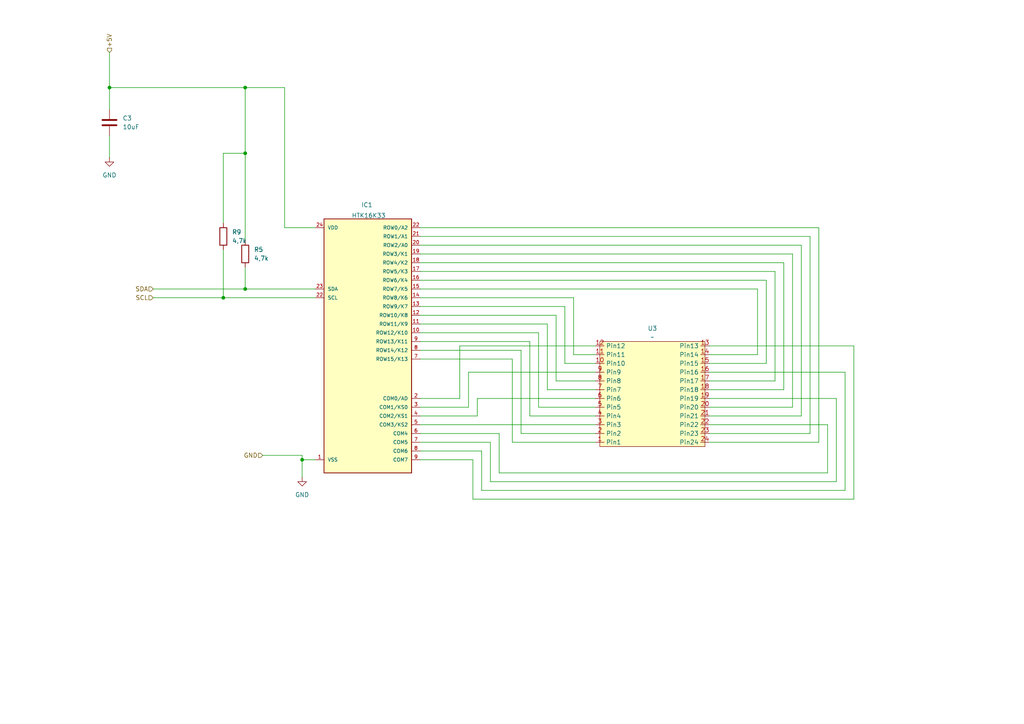
<source format=kicad_sch>
(kicad_sch (version 20231120) (generator "eeschema") (generator_version "8.0")
  (paper "A4")
  (lib_symbols
    (symbol "Device:C" (pin_numbers hide) (pin_names (offset 0.254))
      (property "Reference" "C" (at 0.635 2.54 0))
      (property "Value" "C" (at 0.635 -2.54 0))
      (symbol "C_0_1"
        (polyline (pts (xy -2.032 -0.762) (xy 2.032 -0.762)) (stroke (width 0.508)))
        (polyline (pts (xy -2.032 0.762) (xy 2.032 0.762)) (stroke (width 0.508)))
      )
      (symbol "C_1_1"
        (pin passive line (at 0 3.81 270) (length 2.794) (name "~") (number "1"))
        (pin passive line (at 0 -3.81 90) (length 2.794) (name "~") (number "2"))
      )
    )
    (symbol "Device:R" (pin_numbers hide) (pin_names (offset 0))
      (property "Reference" "R" (at 2.032 0 90))
      (property "Value" "R" (at 0 0 90))
      (symbol "R_0_1"
        (rectangle (start -1.016 -2.54) (end 1.016 2.54) (stroke (width 0.254)))
      )
      (symbol "R_1_1"
        (pin passive line (at 0 3.81 270) (length 1.27) (name "~") (number "1"))
        (pin passive line (at 0 -3.81 90) (length 1.27) (name "~") (number "2"))
      )
    )
    (symbol "HT16K33:HT16K33" (pin_names (offset 1.016))
      (property "Reference" "IC" (at -12.7 27.94 0))
      (symbol "HT16K33_0_0"
        (rectangle (start -12.7 27.94) (end 12.7 -45.72) (stroke (width 0.254)) (fill (type background)))
        (pin bidirectional line (at -15.24 -41.91 0) (length 2.54) (name "VSS") (number "1"))
        (pin bidirectional line (at 15.24 -24.13 180) (length 2.54) (name "COM0/AD") (number "2"))
        (pin bidirectional line (at -15.24 5.08 0) (length 2.54) (name "SCL") (number "22"))
        (pin bidirectional line (at -15.24 7.62 0) (length 2.54) (name "SDA") (number "23"))
        (pin power_in line (at -15.24 25.4 0) (length 2.54) (name "VDD") (number "24"))
        (pin bidirectional line (at 15.24 -26.67 180) (length 2.54) (name "COM1/KS0") (number "3"))
        (pin bidirectional line (at 15.24 -29.21 180) (length 2.54) (name "COM2/KS1") (number "4"))
        (pin bidirectional line (at 15.24 -31.75 180) (length 2.54) (name "COM3/KS2") (number "5"))
        (pin bidirectional line (at 15.24 -34.29 180) (length 2.54) (name "COM4") (number "6"))
        (pin bidirectional line (at 15.24 -36.83 180) (length 2.54) (name "COM5") (number "7"))
        (pin bidirectional line (at 15.24 -39.37 180) (length 2.54) (name "COM6") (number "8"))
        (pin bidirectional line (at 15.24 -41.91 180) (length 2.54) (name "COM7") (number "9"))
      )
      (symbol "HT16K33_1_0"
        (pin bidirectional line (at 15.24 -5.08 180) (length 2.54) (name "ROW12/K10") (number "10"))
        (pin bidirectional line (at 15.24 -2.54 180) (length 2.54) (name "ROW11/K9") (number "11"))
        (pin bidirectional line (at 15.24 0 180) (length 2.54) (name "ROW10/K8") (number "12"))
        (pin bidirectional line (at 15.24 2.54 180) (length 2.54) (name "ROW9/K7") (number "13"))
        (pin bidirectional line (at 15.24 5.08 180) (length 2.54) (name "ROW8/K6") (number "14"))
        (pin bidirectional line (at 15.24 7.62 180) (length 2.54) (name "ROW7/K5") (number "15"))
        (pin bidirectional line (at 15.24 10.16 180) (length 2.54) (name "ROW6/K4") (number "16"))
        (pin bidirectional line (at 15.24 12.7 180) (length 2.54) (name "ROW5/K3") (number "17"))
        (pin bidirectional line (at 15.24 15.24 180) (length 2.54) (name "ROW4/K2") (number "18"))
        (pin bidirectional line (at 15.24 17.78 180) (length 2.54) (name "ROW3/K1") (number "19"))
        (pin bidirectional line (at 15.24 20.32 180) (length 2.54) (name "ROW2/A0") (number "20"))
        (pin bidirectional line (at 15.24 22.86 180) (length 2.54) (name "ROW1/A1") (number "21"))
        (pin bidirectional line (at 15.24 25.4 180) (length 2.54) (name "ROW0/A2") (number "22"))
        (pin bidirectional line (at 15.24 -12.7 180) (length 2.54) (name "ROW15/K13") (number "7"))
        (pin bidirectional line (at 15.24 -10.16 180) (length 2.54) (name "ROW14/K12") (number "8"))
        (pin bidirectional line (at 15.24 -7.62 180) (length 2.54) (name "ROW13/K11") (number "9"))
      )
    )
    (symbol "bl-m12b883:BL-M12B883"
      (property "Reference" "U" (at 0 0 0))
      (symbol "BL-M12B883_1_1"
        (rectangle (start -12.7 12.7) (end 17.78 -17.78) (fill (type background)))
        (pin input line (at 16.51 -19.05 90) (length 2.54) (name "Pin1") (number "1"))
        (pin input line (at -6.35 -19.05 90) (length 2.54) (name "Pin10") (number "10"))
        (pin input line (at -8.89 -19.05 90) (length 2.54) (name "Pin11") (number "11"))
        (pin input line (at -11.43 -19.05 90) (length 2.54) (name "Pin12") (number "12"))
        (pin input line (at -11.43 13.97 270) (length 2.54) (name "Pin13") (number "13"))
        (pin input line (at -8.89 13.97 270) (length 2.54) (name "Pin14") (number "14"))
        (pin input line (at -6.35 13.97 270) (length 2.54) (name "Pin15") (number "15"))
        (pin input line (at -3.81 13.97 270) (length 2.54) (name "Pin16") (number "16"))
        (pin output line (at -1.27 13.97 270) (length 2.54) (name "Pin17") (number "17"))
        (pin output line (at 1.27 13.97 270) (length 2.54) (name "Pin18") (number "18"))
        (pin output line (at 3.81 13.97 270) (length 2.54) (name "Pin19") (number "19"))
        (pin input line (at 13.97 -19.05 90) (length 2.54) (name "Pin2") (number "2"))
        (pin output line (at 6.35 13.97 270) (length 2.54) (name "Pin20") (number "20"))
        (pin output line (at 8.89 13.97 270) (length 2.54) (name "Pin21") (number "21"))
        (pin output line (at 11.43 13.97 270) (length 2.54) (name "Pin22") (number "22"))
        (pin output line (at 13.97 13.97 270) (length 2.54) (name "Pin23") (number "23"))
        (pin output line (at 16.51 13.97 270) (length 2.54) (name "Pin24") (number "24"))
        (pin input line (at 11.43 -19.05 90) (length 2.54) (name "Pin3") (number "3"))
        (pin input line (at 8.89 -19.05 90) (length 2.54) (name "Pin4") (number "4"))
        (pin input line (at 6.35 -19.05 90) (length 2.54) (name "Pin5") (number "5"))
        (pin input line (at 3.81 -19.05 90) (length 2.54) (name "Pin6") (number "6"))
        (pin input line (at 1.27 -19.05 90) (length 2.54) (name "Pin7") (number "7"))
        (pin input line (at -1.27 -19.05 90) (length 2.54) (name "Pin8") (number "8"))
        (pin input line (at -3.81 -19.05 90) (length 2.54) (name "Pin9") (number "9"))
      )
    )
    (symbol "power:GND" (power) (pin_numbers hide) (pin_names (offset 0) hide)
      (property "Value" "GND" (at 0 -3.81 0))
      (symbol "GND_0_1"
        (polyline (pts (xy 0 0) (xy 0 -1.27) (xy 1.27 -1.27) (xy 0 -2.54) (xy -1.27 -1.27) (xy 0 -1.27)))
      )
      (symbol "GND_1_1"
        (pin power_in line (at 0 0 270) (length 0) (name "~") (number "1"))
      )
    )
  )
  (junction (at 71.12 44.45))
  (junction (at 31.75 25.4))
  (junction (at 64.77 86.36))
  (junction (at 71.12 83.82))
  (junction (at 71.12 25.4))
  (junction (at 87.63 133.35))
  (wire (pts (xy 224.79 110.49) (xy 224.79 78.74)))
  (wire (pts (xy 163.83 105.41) (xy 163.83 88.9)))
  (wire (pts (xy 245.11 142.24) (xy 139.7 142.24)))
  (wire (pts (xy 91.44 66.04) (xy 82.55 66.04)))
  (wire (pts (xy 64.77 86.36) (xy 91.44 86.36)))
  (wire (pts (xy 234.95 125.73) (xy 234.95 68.58)))
  (wire (pts (xy 76.2 132.08) (xy 87.63 132.08)))
  (wire (pts (xy 172.72 105.41) (xy 163.83 105.41)))
  (wire (pts (xy 172.72 110.49) (xy 161.29 110.49)))
  (wire (pts (xy 240.03 137.16) (xy 144.78 137.16)))
  (wire (pts (xy 158.75 113.03) (xy 158.75 93.98)))
  (wire (pts (xy 172.72 102.87) (xy 166.37 102.87)))
  (wire (pts (xy 31.75 25.4) (xy 71.12 25.4)))
  (wire (pts (xy 137.16 144.78) (xy 137.16 133.35)))
  (wire (pts (xy 44.45 86.36) (xy 64.77 86.36)))
  (wire (pts (xy 172.72 128.27) (xy 148.59 128.27)))
  (wire (pts (xy 242.57 139.7) (xy 142.24 139.7)))
  (wire (pts (xy 71.12 25.4) (xy 82.55 25.4)))
  (wire (pts (xy 205.74 125.73) (xy 234.95 125.73)))
  (wire (pts (xy 121.92 86.36) (xy 166.37 86.36)))
  (wire (pts (xy 121.92 96.52) (xy 156.21 96.52)))
  (wire (pts (xy 151.13 101.6) (xy 121.92 101.6)))
  (wire (pts (xy 31.75 15.24) (xy 31.75 25.4)))
  (wire (pts (xy 153.67 120.65) (xy 153.67 99.06)))
  (wire (pts (xy 148.59 128.27) (xy 148.59 104.14)))
  (wire (pts (xy 166.37 102.87) (xy 166.37 86.36)))
  (wire (pts (xy 121.92 93.98) (xy 158.75 93.98)))
  (wire (pts (xy 121.92 123.19) (xy 172.72 123.19)))
  (wire (pts (xy 121.92 78.74) (xy 224.79 78.74)))
  (wire (pts (xy 44.45 83.82) (xy 71.12 83.82)))
  (wire (pts (xy 245.11 107.95) (xy 245.11 142.24)))
  (wire (pts (xy 31.75 39.37) (xy 31.75 45.72)))
  (wire (pts (xy 91.44 133.35) (xy 87.63 133.35)))
  (wire (pts (xy 144.78 137.16) (xy 144.78 125.73)))
  (wire (pts (xy 219.71 102.87) (xy 219.71 83.82)))
  (wire (pts (xy 148.59 104.14) (xy 121.92 104.14)))
  (wire (pts (xy 31.75 25.4) (xy 31.75 31.75)))
  (wire (pts (xy 133.35 115.57) (xy 133.35 100.33)))
  (wire (pts (xy 205.74 107.95) (xy 245.11 107.95)))
  (wire (pts (xy 71.12 44.45) (xy 71.12 69.85)))
  (wire (pts (xy 205.74 118.11) (xy 229.87 118.11)))
  (wire (pts (xy 172.72 125.73) (xy 151.13 125.73)))
  (wire (pts (xy 121.92 115.57) (xy 133.35 115.57)))
  (wire (pts (xy 82.55 66.04) (xy 82.55 25.4)))
  (wire (pts (xy 242.57 115.57) (xy 242.57 139.7)))
  (wire (pts (xy 121.92 83.82) (xy 219.71 83.82)))
  (wire (pts (xy 172.72 120.65) (xy 153.67 120.65)))
  (wire (pts (xy 121.92 81.28) (xy 222.25 81.28)))
  (wire (pts (xy 64.77 72.39) (xy 64.77 86.36)))
  (wire (pts (xy 227.33 113.03) (xy 227.33 76.2)))
  (wire (pts (xy 232.41 71.12) (xy 232.41 120.65)))
  (wire (pts (xy 161.29 110.49) (xy 161.29 91.44)))
  (wire (pts (xy 121.92 73.66) (xy 229.87 73.66)))
  (wire (pts (xy 64.77 44.45) (xy 71.12 44.45)))
  (wire (pts (xy 156.21 118.11) (xy 156.21 96.52)))
  (wire (pts (xy 205.74 105.41) (xy 222.25 105.41)))
  (wire (pts (xy 121.92 88.9) (xy 163.83 88.9)))
  (wire (pts (xy 229.87 118.11) (xy 229.87 73.66)))
  (wire (pts (xy 121.92 68.58) (xy 234.95 68.58)))
  (wire (pts (xy 64.77 44.45) (xy 64.77 64.77)))
  (wire (pts (xy 87.63 133.35) (xy 87.63 138.43)))
  (wire (pts (xy 205.74 123.19) (xy 240.03 123.19)))
  (wire (pts (xy 247.65 100.33) (xy 247.65 144.78)))
  (wire (pts (xy 247.65 144.78) (xy 137.16 144.78)))
  (wire (pts (xy 240.03 123.19) (xy 240.03 137.16)))
  (wire (pts (xy 205.74 113.03) (xy 227.33 113.03)))
  (wire (pts (xy 237.49 66.04) (xy 121.92 66.04)))
  (wire (pts (xy 138.43 115.57) (xy 172.72 115.57)))
  (wire (pts (xy 121.92 128.27) (xy 142.24 128.27)))
  (wire (pts (xy 121.92 99.06) (xy 153.67 99.06)))
  (wire (pts (xy 205.74 128.27) (xy 237.49 128.27)))
  (wire (pts (xy 87.63 132.08) (xy 87.63 133.35)))
  (wire (pts (xy 71.12 83.82) (xy 71.12 77.47)))
  (wire (pts (xy 137.16 133.35) (xy 121.92 133.35)))
  (wire (pts (xy 121.92 91.44) (xy 161.29 91.44)))
  (wire (pts (xy 71.12 25.4) (xy 71.12 44.45)))
  (wire (pts (xy 205.74 100.33) (xy 247.65 100.33)))
  (wire (pts (xy 144.78 125.73) (xy 121.92 125.73)))
  (wire (pts (xy 222.25 81.28) (xy 222.25 105.41)))
  (wire (pts (xy 142.24 139.7) (xy 142.24 128.27)))
  (wire (pts (xy 139.7 142.24) (xy 139.7 130.81)))
  (wire (pts (xy 121.92 130.81) (xy 139.7 130.81)))
  (wire (pts (xy 135.89 107.95) (xy 172.72 107.95)))
  (wire (pts (xy 121.92 71.12) (xy 232.41 71.12)))
  (wire (pts (xy 172.72 113.03) (xy 158.75 113.03)))
  (wire (pts (xy 138.43 120.65) (xy 138.43 115.57)))
  (wire (pts (xy 121.92 120.65) (xy 138.43 120.65)))
  (wire (pts (xy 205.74 120.65) (xy 232.41 120.65)))
  (wire (pts (xy 135.89 118.11) (xy 135.89 107.95)))
  (wire (pts (xy 133.35 100.33) (xy 172.72 100.33)))
  (wire (pts (xy 151.13 125.73) (xy 151.13 101.6)))
  (wire (pts (xy 205.74 102.87) (xy 219.71 102.87)))
  (wire (pts (xy 172.72 118.11) (xy 156.21 118.11)))
  (wire (pts (xy 205.74 115.57) (xy 242.57 115.57)))
  (wire (pts (xy 71.12 83.82) (xy 91.44 83.82)))
  (wire (pts (xy 121.92 118.11) (xy 135.89 118.11)))
  (wire (pts (xy 205.74 110.49) (xy 224.79 110.49)))
  (wire (pts (xy 237.49 128.27) (xy 237.49 66.04)))
  (wire (pts (xy 121.92 76.2) (xy 227.33 76.2)))
  (hierarchical_label "GND" (shape input) (at 76.2 132.08 180))
  (hierarchical_label "SCL" (shape input) (at 44.45 86.36 180))
  (hierarchical_label "+5V" (shape input) (at 31.75 15.24 90))
  (hierarchical_label "SDA" (shape input) (at 44.45 83.82 180))
  (symbol (lib_id "bl-m12b883:BL-M12B883") (at 191.77 111.76 270) (unit 1)
    (property "Reference" "U3" (at 189.23 95.25 90))
    (property "Value" "~" (at 189.23 97.79 90))
    (instances (project "gameflopMB_1" (path "" (reference "U3") (unit 1)) (path "" (reference "U4") (unit 1)) (path "" (reference "U7") (unit 1)) (path "" (reference "U8") (unit 1))))
  )
  (symbol (lib_id "Device:R") (at 64.77 68.58 0) (unit 1)
    (property "Reference" "R9" (at 67.31 67.3099 0) (effects (justify left)))
    (property "Value" "4,7k" (at 67.31 69.8499 0) (effects (justify left)))
    (property "Description" "Resistor" (effects (hide yes)))
    (instances (project "gameflopMB_1" (path "" (reference "R9") (unit 1)) (path "" (reference "R10") (unit 1)) (path "" (reference "R11") (unit 1)) (path "" (reference "R12") (unit 1))))
  )
  (symbol (lib_id "power:GND") (at 87.63 138.43 0) (unit 1)
    (property "Reference" "#PWR05" (effects (hide yes)))
    (property "Value" "GND" (at 87.63 143.51 0))
    (property "Description" "Power symbol creates a global label with name \"GND\" , ground" (effects (hide yes)))
    (instances (project "gameflopMB_1" (path "" (reference "#PWR05") (unit 1)) (path "" (reference "#PWR06") (unit 1)) (path "" (reference "#PWR07") (unit 1)) (path "" (reference "#PWR08") (unit 1))))
  )
  (symbol (lib_id "power:GND") (at 31.75 45.72 0) (unit 1)
    (property "Reference" "#PWR024" (effects (hide yes)))
    (property "Value" "GND" (at 31.75 50.8 0))
    (property "Description" "Power symbol creates a global label with name \"GND\" , ground" (effects (hide yes)))
    (instances (project "gameflopMB_1" (path "" (reference "#PWR024") (unit 1)) (path "" (reference "#PWR025") (unit 1)) (path "" (reference "#PWR026") (unit 1)) (path "" (reference "#PWR027") (unit 1))))
  )
  (symbol (lib_id "Device:C") (at 31.75 35.56 0) (unit 1)
    (property "Reference" "C3" (at 35.56 34.2899 0) (effects (justify left)))
    (property "Value" "10uF" (at 35.56 36.8299 0) (effects (justify left)))
    (property "Description" "Unpolarized capacitor" (effects (hide yes)))
    (instances (project "gameflopMB_1" (path "" (reference "C3") (unit 1)) (path "" (reference "C4") (unit 1)) (path "" (reference "C5") (unit 1)) (path "" (reference "C11") (unit 1))))
  )
  (symbol (lib_id "Device:R") (at 71.12 73.66 0) (unit 1)
    (property "Reference" "R5" (at 73.66 72.3899 0) (effects (justify left)))
    (property "Value" "4,7k" (at 73.66 74.9299 0) (effects (justify left)))
    (property "Description" "Resistor" (effects (hide yes)))
    (instances (project "gameflopMB_1" (path "" (reference "R5") (unit 1)) (path "" (reference "R6") (unit 1)) (path "" (reference "R7") (unit 1)) (path "" (reference "R8") (unit 1))))
  )
  (symbol (lib_id "HT16K33:HT16K33") (at 106.68 91.44 0) (unit 1)
    (property "Reference" "IC1" (at 106.426 59.436 0))
    (property "Value" "HTK16K33" (at 106.934 63.246 0) (effects (justify bottom)))
    (property "Footprint" "HT16K33:HT16K33" (effects (hide yes)))
    (property "MF" "Adafruit Industries" (effects (hide yes)))
    (property "Description_1" "\nHT16K33 14-Segment 4-Digit Display Feather Platform Evaluation Expansion Board\n" (effects (hide yes)))
    (property "Package" "None" (effects (hide yes)))
    (property "Price" "None" (effects (hide yes)))
    (property "Check_prices" "https://www.snapeda.com/parts/HT16K33/Adafruit+Industries+LLC/view-part/?ref=eda" (effects (hide yes)))
    (property "SnapEDA_Link" "https://www.snapeda.com/parts/HT16K33/Adafruit+Industries+LLC/view-part/?ref=snap" (effects (hide yes)))
    (property "PROD_ID" "IC-14891" (effects (hide yes)))
    (property "Availability" "Not in stock" (effects (hide yes)))
    (property "MP" "HT16K33" (effects (hide yes)))
    (instances (project "gameflopMB_1" (path "" (reference "IC1") (unit 1)) (path "" (reference "IC3") (unit 1)) (path "" (reference "IC4") (unit 1)) (path "" (reference "IC5") (unit 1))))
  )
)
</source>
